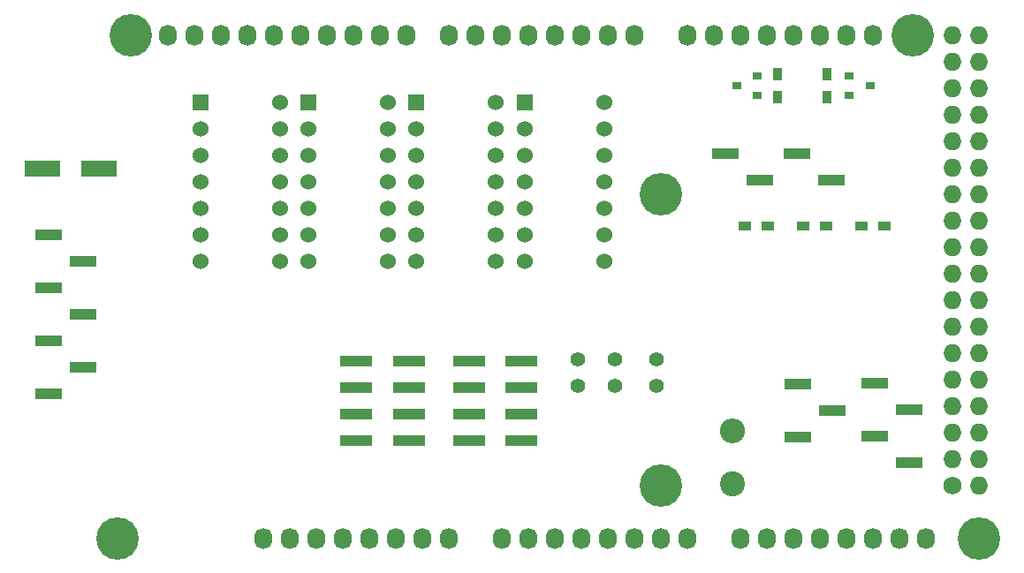
<source format=gts>
G04 #@! TF.FileFunction,Soldermask,Top*
%FSLAX46Y46*%
G04 Gerber Fmt 4.6, Leading zero omitted, Abs format (unit mm)*
G04 Created by KiCad (PCBNEW 4.0.7) date 01/09/18 02:40:13*
%MOMM*%
%LPD*%
G01*
G04 APERTURE LIST*
%ADD10C,0.100000*%
%ADD11C,1.727200*%
%ADD12O,1.727200X1.727200*%
%ADD13O,1.727200X2.032000*%
%ADD14C,4.064000*%
%ADD15R,3.500000X1.600000*%
%ADD16R,1.524000X1.524000*%
%ADD17C,1.524000*%
%ADD18R,2.510000X1.000000*%
%ADD19R,0.900000X0.800000*%
%ADD20R,0.900000X1.200000*%
%ADD21R,1.200000X0.900000*%
%ADD22R,3.150000X1.000000*%
%ADD23C,2.400000*%
%ADD24O,2.400000X2.400000*%
%ADD25C,1.400000*%
G04 APERTURE END LIST*
D10*
D11*
X197358000Y-114046000D03*
D12*
X199898000Y-114046000D03*
X197358000Y-111506000D03*
X199898000Y-111506000D03*
X197358000Y-108966000D03*
X199898000Y-108966000D03*
X197358000Y-106426000D03*
X199898000Y-106426000D03*
X197358000Y-103886000D03*
X199898000Y-103886000D03*
X197358000Y-101346000D03*
X199898000Y-101346000D03*
X197358000Y-98806000D03*
X199898000Y-98806000D03*
X197358000Y-96266000D03*
X199898000Y-96266000D03*
X197358000Y-93726000D03*
X199898000Y-93726000D03*
X197358000Y-91186000D03*
X199898000Y-91186000D03*
X197358000Y-88646000D03*
X199898000Y-88646000D03*
X197358000Y-86106000D03*
X199898000Y-86106000D03*
X197358000Y-83566000D03*
X199898000Y-83566000D03*
X197358000Y-81026000D03*
X199898000Y-81026000D03*
X197358000Y-78486000D03*
X199898000Y-78486000D03*
X197358000Y-75946000D03*
X199898000Y-75946000D03*
X197358000Y-73406000D03*
X199898000Y-73406000D03*
X197358000Y-70866000D03*
X199898000Y-70866000D03*
D13*
X131318000Y-119126000D03*
X133858000Y-119126000D03*
X136398000Y-119126000D03*
X138938000Y-119126000D03*
X141478000Y-119126000D03*
X144018000Y-119126000D03*
X146558000Y-119126000D03*
X149098000Y-119126000D03*
X154178000Y-119126000D03*
X156718000Y-119126000D03*
X159258000Y-119126000D03*
X161798000Y-119126000D03*
X164338000Y-119126000D03*
X166878000Y-119126000D03*
X169418000Y-119126000D03*
X171958000Y-119126000D03*
X177038000Y-119126000D03*
X179578000Y-119126000D03*
X182118000Y-119126000D03*
X184658000Y-119126000D03*
X187198000Y-119126000D03*
X189738000Y-119126000D03*
X192278000Y-119126000D03*
X194818000Y-119126000D03*
X122174000Y-70866000D03*
X124714000Y-70866000D03*
X127254000Y-70866000D03*
X129794000Y-70866000D03*
X132334000Y-70866000D03*
X134874000Y-70866000D03*
X137414000Y-70866000D03*
X139954000Y-70866000D03*
X142494000Y-70866000D03*
X145034000Y-70866000D03*
X149098000Y-70866000D03*
X151638000Y-70866000D03*
X154178000Y-70866000D03*
X156718000Y-70866000D03*
X159258000Y-70866000D03*
X161798000Y-70866000D03*
X164338000Y-70866000D03*
X166878000Y-70866000D03*
X171958000Y-70866000D03*
X174498000Y-70866000D03*
X177038000Y-70866000D03*
X179578000Y-70866000D03*
X182118000Y-70866000D03*
X184658000Y-70866000D03*
X187198000Y-70866000D03*
X189738000Y-70866000D03*
D14*
X117348000Y-119126000D03*
X169418000Y-114046000D03*
X199898000Y-119126000D03*
X118618000Y-70866000D03*
X169418000Y-86106000D03*
X193548000Y-70866000D03*
D15*
X115600000Y-83700000D03*
X110200000Y-83700000D03*
D16*
X125315001Y-77305001D03*
D17*
X125315001Y-79845001D03*
X125315001Y-82385001D03*
X125315001Y-84925001D03*
X125315001Y-87465001D03*
X125315001Y-90005001D03*
X125315001Y-92545001D03*
X132935001Y-77305001D03*
X132935001Y-79845001D03*
X132935001Y-82385001D03*
X132935001Y-84925001D03*
X132935001Y-87465001D03*
X132935001Y-90005001D03*
X132935001Y-92545001D03*
D16*
X135665001Y-77305001D03*
D17*
X135665001Y-79845001D03*
X135665001Y-82385001D03*
X135665001Y-84925001D03*
X135665001Y-87465001D03*
X135665001Y-90005001D03*
X135665001Y-92545001D03*
X143285001Y-77305001D03*
X143285001Y-79845001D03*
X143285001Y-82385001D03*
X143285001Y-84925001D03*
X143285001Y-87465001D03*
X143285001Y-90005001D03*
X143285001Y-92545001D03*
D16*
X146015001Y-77305001D03*
D17*
X146015001Y-79845001D03*
X146015001Y-82385001D03*
X146015001Y-84925001D03*
X146015001Y-87465001D03*
X146015001Y-90005001D03*
X146015001Y-92545001D03*
X153635001Y-77305001D03*
X153635001Y-79845001D03*
X153635001Y-82385001D03*
X153635001Y-84925001D03*
X153635001Y-87465001D03*
X153635001Y-90005001D03*
X153635001Y-92545001D03*
D16*
X156365001Y-77305001D03*
D17*
X156365001Y-79845001D03*
X156365001Y-82385001D03*
X156365001Y-84925001D03*
X156365001Y-87465001D03*
X156365001Y-90005001D03*
X156365001Y-92545001D03*
X163985001Y-77305001D03*
X163985001Y-79845001D03*
X163985001Y-82385001D03*
X163985001Y-84925001D03*
X163985001Y-87465001D03*
X163985001Y-90005001D03*
X163985001Y-92545001D03*
D18*
X110790000Y-90000000D03*
X110790000Y-95080000D03*
X110790000Y-100160000D03*
X110790000Y-105240000D03*
X114100000Y-92540000D03*
X114100000Y-97620000D03*
X114100000Y-102700000D03*
D19*
X178700000Y-76700000D03*
X178700000Y-74800000D03*
X176700000Y-75750000D03*
X187500000Y-74800000D03*
X187500000Y-76700000D03*
X189500000Y-75750000D03*
D20*
X180600000Y-76850001D03*
X180600000Y-74650001D03*
X185400000Y-74660001D03*
X185400000Y-76860001D03*
D21*
X185297500Y-89200000D03*
X183097500Y-89200000D03*
X190900000Y-89200000D03*
X188700000Y-89200000D03*
X179700000Y-89200000D03*
X177500000Y-89200000D03*
D18*
X189900000Y-104300000D03*
X189900000Y-109380000D03*
X193210000Y-106840000D03*
X193210000Y-111920000D03*
D22*
X145302495Y-109746055D03*
X140252495Y-109746055D03*
X145302495Y-107206055D03*
X140252495Y-107206055D03*
X145302495Y-104666055D03*
X140252495Y-104666055D03*
X145302495Y-102126055D03*
X140252495Y-102126055D03*
X156102495Y-109746055D03*
X151052495Y-109746055D03*
X156102495Y-107206055D03*
X151052495Y-107206055D03*
X156102495Y-104666055D03*
X151052495Y-104666055D03*
X156102495Y-102126055D03*
X151052495Y-102126055D03*
D18*
X182600000Y-104320000D03*
X182600000Y-109400000D03*
X185910000Y-106860000D03*
X178955000Y-84770000D03*
X175645000Y-82230000D03*
X185755000Y-84770000D03*
X182445000Y-82230000D03*
D23*
X176300000Y-113880000D03*
D24*
X176300000Y-108800000D03*
D25*
X169000000Y-104500000D03*
X169000000Y-101960000D03*
X161460000Y-104500000D03*
X161460000Y-101960000D03*
X165000000Y-104540000D03*
X165000000Y-102000000D03*
M02*

</source>
